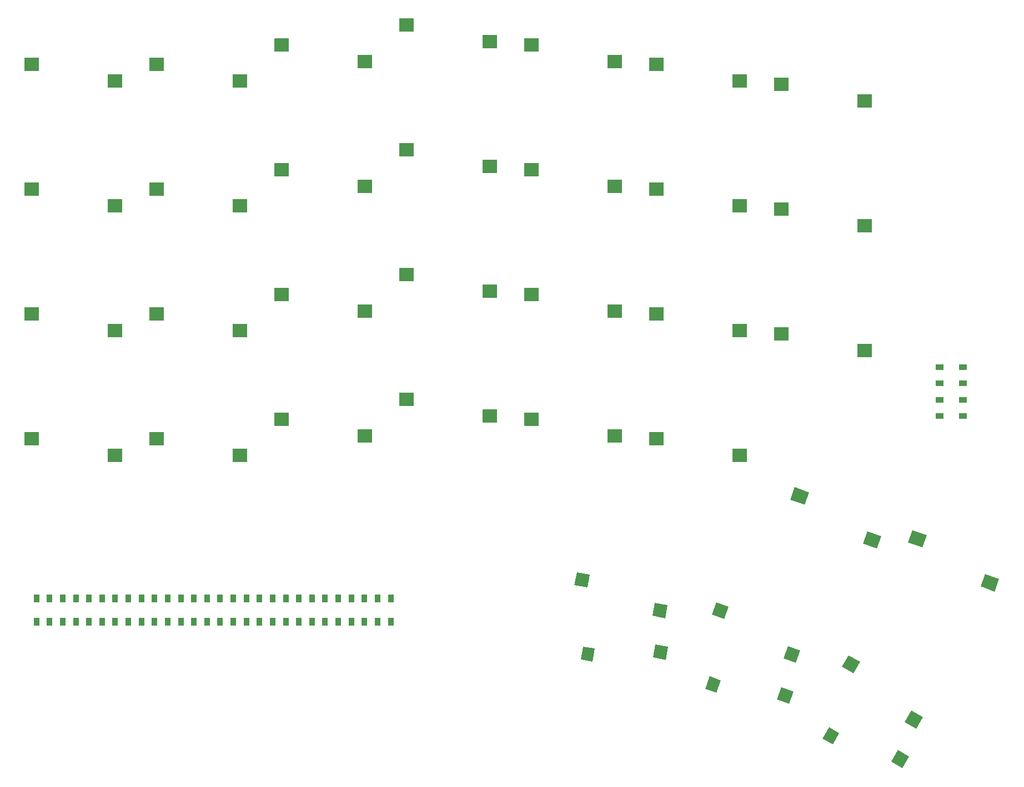
<source format=gtp>
%TF.GenerationSoftware,KiCad,Pcbnew,(5.1.6-0-10_14)*%
%TF.CreationDate,2020-07-09T23:16:05+02:00*%
%TF.ProjectId,splitkb,73706c69-746b-4622-9e6b-696361645f70,rev?*%
%TF.SameCoordinates,Original*%
%TF.FileFunction,Paste,Top*%
%TF.FilePolarity,Positive*%
%FSLAX46Y46*%
G04 Gerber Fmt 4.6, Leading zero omitted, Abs format (unit mm)*
G04 Created by KiCad (PCBNEW (5.1.6-0-10_14)) date 2020-07-09 23:16:05*
%MOMM*%
%LPD*%
G01*
G04 APERTURE LIST*
%ADD10C,0.100000*%
%ADD11R,2.300000X2.000000*%
%ADD12R,0.950000X1.300000*%
%ADD13R,1.300000X0.950000*%
G04 APERTURE END LIST*
D10*
%TO.C,SW27*%
G36*
X168556283Y-136034566D02*
G01*
X167556283Y-137766616D01*
X165824233Y-136766616D01*
X166824233Y-135034566D01*
X168556283Y-136034566D01*
G37*
G36*
X178111600Y-144484270D02*
G01*
X177111600Y-146216320D01*
X175379550Y-145216320D01*
X176379550Y-143484270D01*
X178111600Y-144484270D01*
G37*
G36*
X165404552Y-146893525D02*
G01*
X164404552Y-148625575D01*
X162845706Y-147725575D01*
X163845706Y-145993525D01*
X165404552Y-146893525D01*
G37*
G36*
X176030831Y-150488269D02*
G01*
X175030831Y-152220319D01*
X173298781Y-151220319D01*
X174298781Y-149488269D01*
X176030831Y-150488269D01*
G37*
%TD*%
%TO.C,SW22*%
G36*
X148556897Y-127613377D02*
G01*
X147872856Y-129492762D01*
X145993471Y-128808721D01*
X146677512Y-126929336D01*
X148556897Y-127613377D01*
G37*
G36*
X159434323Y-134275448D02*
G01*
X158750282Y-136154833D01*
X156870897Y-135470792D01*
X157554938Y-133591407D01*
X159434323Y-134275448D01*
G37*
G36*
X147338686Y-138854656D02*
G01*
X146654645Y-140734041D01*
X144963198Y-140118404D01*
X145647239Y-138239019D01*
X147338686Y-138854656D01*
G37*
G36*
X158427749Y-140549554D02*
G01*
X157743708Y-142428939D01*
X155864323Y-141744898D01*
X156548364Y-139865513D01*
X158427749Y-140549554D01*
G37*
%TD*%
%TO.C,SW17*%
G36*
X127335665Y-122713587D02*
G01*
X126988369Y-124683203D01*
X125018753Y-124335907D01*
X125366049Y-122366291D01*
X127335665Y-122713587D01*
G37*
G36*
X139204696Y-127385601D02*
G01*
X138857400Y-129355217D01*
X136887784Y-129007921D01*
X137235080Y-127038305D01*
X139204696Y-127385601D01*
G37*
G36*
X128087989Y-133995627D02*
G01*
X127740693Y-135965242D01*
X125968039Y-135652675D01*
X126315335Y-133683060D01*
X128087989Y-133995627D01*
G37*
G36*
X139302901Y-133739179D02*
G01*
X138955605Y-135708795D01*
X136985989Y-135361499D01*
X137333285Y-133391883D01*
X139302901Y-133739179D01*
G37*
%TD*%
D11*
%TO.C,SW9*%
X80400000Y-41830000D03*
X93100000Y-44370000D03*
%TD*%
%TO.C,SW30*%
X169300000Y-88470000D03*
X156600000Y-85930000D03*
%TD*%
%TO.C,SW2*%
X42300000Y-63880000D03*
X55000000Y-66420000D03*
%TD*%
D12*
%TO.C,D1*%
X43000000Y-126350000D03*
X43000000Y-129900000D03*
%TD*%
%TO.C,D2*%
X45000000Y-129900000D03*
X45000000Y-126350000D03*
%TD*%
%TO.C,D3*%
X47000000Y-126350000D03*
X47000000Y-129900000D03*
%TD*%
%TO.C,D4*%
X49000000Y-126350000D03*
X49000000Y-129900000D03*
%TD*%
%TO.C,D5*%
X51000000Y-129900000D03*
X51000000Y-126350000D03*
%TD*%
%TO.C,D6*%
X53000000Y-126350000D03*
X53000000Y-129900000D03*
%TD*%
%TO.C,D7*%
X55000000Y-126350000D03*
X55000000Y-129900000D03*
%TD*%
%TO.C,D8*%
X57000000Y-129900000D03*
X57000000Y-126350000D03*
%TD*%
%TO.C,D9*%
X59000000Y-129900000D03*
X59000000Y-126350000D03*
%TD*%
%TO.C,D10*%
X61000000Y-126350000D03*
X61000000Y-129900000D03*
%TD*%
%TO.C,D11*%
X63000000Y-129900000D03*
X63000000Y-126350000D03*
%TD*%
%TO.C,D12*%
X65000000Y-126350000D03*
X65000000Y-129900000D03*
%TD*%
%TO.C,D13*%
X67000000Y-129900000D03*
X67000000Y-126350000D03*
%TD*%
%TO.C,D14*%
X69000000Y-126350000D03*
X69000000Y-129900000D03*
%TD*%
%TO.C,D15*%
X71000000Y-126350000D03*
X71000000Y-129900000D03*
%TD*%
%TO.C,D16*%
X73000000Y-129900000D03*
X73000000Y-126350000D03*
%TD*%
D13*
%TO.C,D17*%
X180725000Y-98500000D03*
X184275000Y-98500000D03*
%TD*%
D12*
%TO.C,D18*%
X75000000Y-129900000D03*
X75000000Y-126350000D03*
%TD*%
%TO.C,D19*%
X77000000Y-126350000D03*
X77000000Y-129900000D03*
%TD*%
%TO.C,D20*%
X79000000Y-129900000D03*
X79000000Y-126350000D03*
%TD*%
%TO.C,D21*%
X81000000Y-126350000D03*
X81000000Y-129900000D03*
%TD*%
D13*
%TO.C,D22*%
X180725000Y-96000000D03*
X184275000Y-96000000D03*
%TD*%
D12*
%TO.C,D23*%
X83000000Y-126350000D03*
X83000000Y-129900000D03*
%TD*%
%TO.C,D24*%
X85000000Y-129900000D03*
X85000000Y-126350000D03*
%TD*%
%TO.C,D25*%
X87000000Y-126350000D03*
X87000000Y-129900000D03*
%TD*%
%TO.C,D26*%
X89000000Y-129900000D03*
X89000000Y-126350000D03*
%TD*%
D13*
%TO.C,D27*%
X184275000Y-93500000D03*
X180725000Y-93500000D03*
%TD*%
D12*
%TO.C,D28*%
X91000000Y-126350000D03*
X91000000Y-129900000D03*
%TD*%
%TO.C,D29*%
X93000000Y-129900000D03*
X93000000Y-126350000D03*
%TD*%
%TO.C,D30*%
X95000000Y-129900000D03*
X95000000Y-126350000D03*
%TD*%
%TO.C,D31*%
X97000000Y-126350000D03*
X97000000Y-129900000D03*
%TD*%
D13*
%TO.C,D32*%
X180725000Y-91000000D03*
X184275000Y-91000000D03*
%TD*%
D11*
%TO.C,SW1*%
X42300000Y-44830000D03*
X55000000Y-47370000D03*
%TD*%
%TO.C,SW3*%
X42300000Y-82930000D03*
X55000000Y-85470000D03*
%TD*%
%TO.C,SW4*%
X55000000Y-104520000D03*
X42300000Y-101980000D03*
%TD*%
%TO.C,SW5*%
X74050000Y-47370000D03*
X61350000Y-44830000D03*
%TD*%
%TO.C,SW6*%
X74050000Y-66420000D03*
X61350000Y-63880000D03*
%TD*%
%TO.C,SW7*%
X61350000Y-82930000D03*
X74050000Y-85470000D03*
%TD*%
%TO.C,SW8*%
X61350000Y-101980000D03*
X74050000Y-104520000D03*
%TD*%
%TO.C,SW10*%
X80400000Y-60880000D03*
X93100000Y-63420000D03*
%TD*%
%TO.C,SW11*%
X93100000Y-82470000D03*
X80400000Y-79930000D03*
%TD*%
%TO.C,SW12*%
X93100000Y-101520000D03*
X80400000Y-98980000D03*
%TD*%
%TO.C,SW13*%
X112150000Y-41370000D03*
X99450000Y-38830000D03*
%TD*%
%TO.C,SW14*%
X112150000Y-60420000D03*
X99450000Y-57880000D03*
%TD*%
%TO.C,SW15*%
X112150000Y-79470000D03*
X99450000Y-76930000D03*
%TD*%
%TO.C,SW16*%
X112150000Y-98520000D03*
X99450000Y-95980000D03*
%TD*%
%TO.C,SW18*%
X118500000Y-41830000D03*
X131200000Y-44370000D03*
%TD*%
%TO.C,SW19*%
X131200000Y-63420000D03*
X118500000Y-60880000D03*
%TD*%
%TO.C,SW20*%
X118500000Y-79930000D03*
X131200000Y-82470000D03*
%TD*%
%TO.C,SW21*%
X131200000Y-101520000D03*
X118500000Y-98980000D03*
%TD*%
%TO.C,SW23*%
X137550000Y-44830000D03*
X150250000Y-47370000D03*
%TD*%
%TO.C,SW24*%
X137550000Y-63880000D03*
X150250000Y-66420000D03*
%TD*%
%TO.C,SW25*%
X137550000Y-82930000D03*
X150250000Y-85470000D03*
%TD*%
%TO.C,SW26*%
X137550000Y-101980000D03*
X150250000Y-104520000D03*
%TD*%
%TO.C,SW28*%
X156600000Y-47830000D03*
X169300000Y-50370000D03*
%TD*%
%TO.C,SW29*%
X169300000Y-69420000D03*
X156600000Y-66880000D03*
%TD*%
D10*
%TO.C,SW31*%
G36*
X171832927Y-116873365D02*
G01*
X171148886Y-118752750D01*
X168987593Y-117966103D01*
X169671634Y-116086718D01*
X171832927Y-116873365D01*
G37*
G36*
X160767562Y-110142890D02*
G01*
X160083521Y-112022275D01*
X157922228Y-111235628D01*
X158606269Y-109356243D01*
X160767562Y-110142890D01*
G37*
%TD*%
%TO.C,SW32*%
G36*
X189782927Y-123423365D02*
G01*
X189098886Y-125302750D01*
X186937593Y-124516103D01*
X187621634Y-122636718D01*
X189782927Y-123423365D01*
G37*
G36*
X178717562Y-116692890D02*
G01*
X178033521Y-118572275D01*
X175872228Y-117785628D01*
X176556269Y-115906243D01*
X178717562Y-116692890D01*
G37*
%TD*%
M02*

</source>
